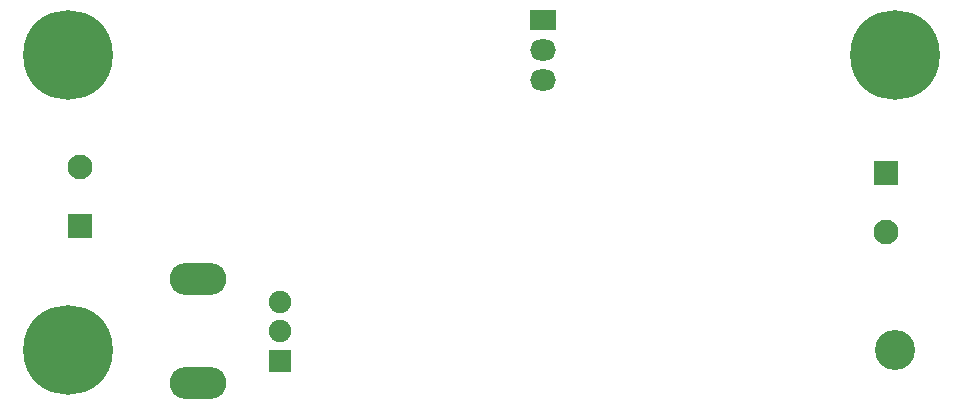
<source format=gbs>
G04*
G04 #@! TF.GenerationSoftware,Altium Limited,Altium Designer,20.2.4 (192)*
G04*
G04 Layer_Color=16711935*
%FSLAX44Y44*%
%MOMM*%
G71*
G04*
G04 #@! TF.SameCoordinates,784D42F2-C5A6-4340-B429-8165139C0F3B*
G04*
G04*
G04 #@! TF.FilePolarity,Negative*
G04*
G01*
G75*
%ADD51C,2.1000*%
%ADD52R,2.1000X2.1000*%
%ADD53O,2.2000X1.8000*%
%ADD54R,2.2000X1.8000*%
%ADD55C,7.6000*%
%ADD56O,4.8000X2.7000*%
%ADD57C,1.9000*%
%ADD58R,1.9000X1.9000*%
%ADD59C,3.4000*%
D51*
X743000Y150000D02*
D03*
X60000Y205000D02*
D03*
D52*
X743000Y200000D02*
D03*
X60000Y155000D02*
D03*
D53*
X452000Y278600D02*
D03*
Y304000D02*
D03*
D54*
Y329400D02*
D03*
D55*
X750000Y300000D02*
D03*
X50000D02*
D03*
Y50000D02*
D03*
D56*
X160000Y110000D02*
D03*
Y22000D02*
D03*
D57*
X230000Y91000D02*
D03*
Y66000D02*
D03*
D58*
Y41000D02*
D03*
D59*
X750000Y50000D02*
D03*
M02*

</source>
